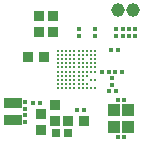
<source format=gts>
G04*
G04 #@! TF.GenerationSoftware,Altium Limited,Altium Designer,19.0.10 (269)*
G04*
G04 Layer_Color=8388736*
%FSLAX24Y24*%
%MOIN*%
G70*
G01*
G75*
%ADD22R,0.0395X0.0434*%
%ADD23R,0.0166X0.0178*%
%ADD24R,0.0611X0.0355*%
%ADD25C,0.0110*%
%ADD26R,0.0316X0.0257*%
%ADD27R,0.0375X0.0355*%
%ADD28R,0.0178X0.0166*%
%ADD29R,0.0355X0.0375*%
%ADD30C,0.0454*%
D22*
X1704Y-1350D02*
D03*
X1252D02*
D03*
Y-1921D02*
D03*
X1704D02*
D03*
D23*
X1590Y-2246D02*
D03*
X1366D02*
D03*
X1366Y-1025D02*
D03*
X1590D02*
D03*
X1089Y-721D02*
D03*
X1313D02*
D03*
X1275Y-69D02*
D03*
X1500D02*
D03*
X845Y-69D02*
D03*
X1070D02*
D03*
X1539Y1132D02*
D03*
X1315D02*
D03*
X1539Y1339D02*
D03*
X1315D02*
D03*
X1963Y1132D02*
D03*
X1738D02*
D03*
X1963Y1339D02*
D03*
X1738D02*
D03*
X18Y-1350D02*
D03*
X242D02*
D03*
X1383Y639D02*
D03*
X1158D02*
D03*
X-1453Y-1130D02*
D03*
X-1228D02*
D03*
D24*
X-2132Y-1696D02*
D03*
Y-1125D02*
D03*
D25*
X-620Y620D02*
D03*
X620Y-344D02*
D03*
X482D02*
D03*
X620Y-620D02*
D03*
X-482Y620D02*
D03*
X-344D02*
D03*
X-207D02*
D03*
X-69D02*
D03*
X69D02*
D03*
X207D02*
D03*
X344D02*
D03*
X482D02*
D03*
X620D02*
D03*
X-620Y482D02*
D03*
X-482D02*
D03*
X-344D02*
D03*
X-207D02*
D03*
X-69D02*
D03*
X69D02*
D03*
X207D02*
D03*
X344D02*
D03*
X482D02*
D03*
X620D02*
D03*
X-620Y344D02*
D03*
X-482D02*
D03*
X-344D02*
D03*
X-207D02*
D03*
X-69D02*
D03*
X69D02*
D03*
X207D02*
D03*
X482D02*
D03*
X620D02*
D03*
X-620Y207D02*
D03*
X-482D02*
D03*
X-344D02*
D03*
X-207D02*
D03*
X-69D02*
D03*
X69D02*
D03*
X207D02*
D03*
X344D02*
D03*
X482D02*
D03*
X620D02*
D03*
X-620Y69D02*
D03*
X-482D02*
D03*
X-344D02*
D03*
X-207D02*
D03*
X-69D02*
D03*
X69D02*
D03*
X207D02*
D03*
X344D02*
D03*
X482D02*
D03*
X620D02*
D03*
X-620Y-69D02*
D03*
X-482D02*
D03*
X-344D02*
D03*
X-207D02*
D03*
X-69D02*
D03*
X69D02*
D03*
X207D02*
D03*
X344D02*
D03*
X482D02*
D03*
X620D02*
D03*
X-620Y-207D02*
D03*
X-482D02*
D03*
X-344D02*
D03*
X-207D02*
D03*
X-69D02*
D03*
X69D02*
D03*
X207D02*
D03*
X344D02*
D03*
X-620Y-344D02*
D03*
X-482D02*
D03*
X-344D02*
D03*
X-207D02*
D03*
X-69D02*
D03*
X69D02*
D03*
X207D02*
D03*
X-620Y-482D02*
D03*
X-482D02*
D03*
X-344D02*
D03*
X-207D02*
D03*
X-69D02*
D03*
X69D02*
D03*
X207D02*
D03*
X344D02*
D03*
X-620Y-620D02*
D03*
X-482D02*
D03*
X-344D02*
D03*
X-207D02*
D03*
X-69D02*
D03*
X69D02*
D03*
X207D02*
D03*
X344D02*
D03*
X482D02*
D03*
D26*
X-295Y-2120D02*
D03*
X-669D02*
D03*
D27*
X-730Y-1174D02*
D03*
Y-1706D02*
D03*
X-1250Y1250D02*
D03*
Y1781D02*
D03*
X-787Y1250D02*
D03*
Y1781D02*
D03*
X-1180Y-1474D02*
D03*
Y-2006D02*
D03*
D28*
X-1709Y-1306D02*
D03*
Y-1082D02*
D03*
Y-1525D02*
D03*
Y-1749D02*
D03*
X600Y1352D02*
D03*
Y1128D02*
D03*
X90Y1352D02*
D03*
Y1128D02*
D03*
X1173Y-287D02*
D03*
Y-511D02*
D03*
D29*
X-276Y-1730D02*
D03*
X256D02*
D03*
X-1093Y413D02*
D03*
X-1624D02*
D03*
D30*
X1394Y1969D02*
D03*
X1894D02*
D03*
M02*

</source>
